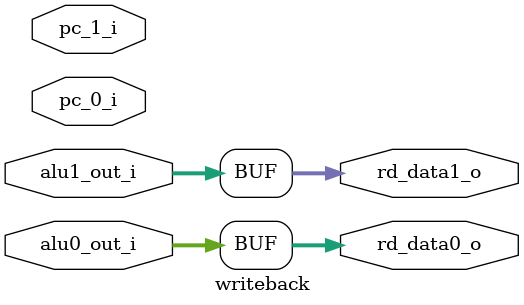
<source format=v>
module writeback
(
    input [31:0] alu0_out_i,
    input [31:0] alu1_out_i,

    input [31:0] pc_0_i,
    input [31:0] pc_1_i,

    output [31:0] rd_data0_o,
    output [31:0] rd_data1_o

);

    assign rd_data0_o = alu0_out_i;
    assign rd_data1_o = alu1_out_i;

endmodule

</source>
